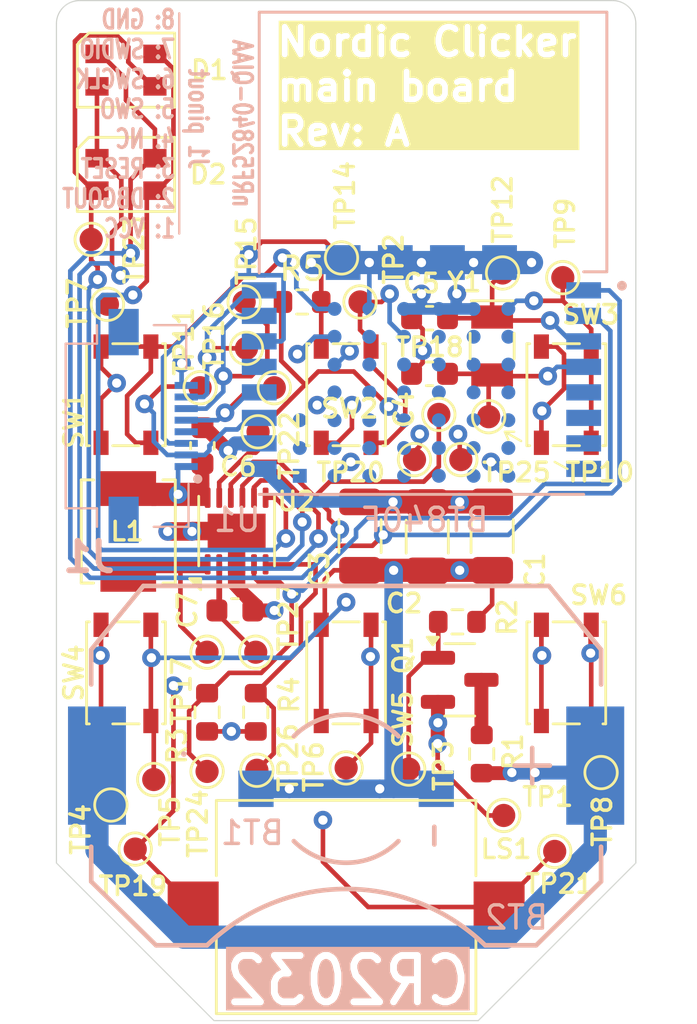
<source format=kicad_pcb>
(kicad_pcb (version 20240108) (generator "pcbnew") (generator_version "8.0")
  (layers (0 "F.Cu" signal) (1 "In1.Cu" power) (2 "In2.Cu" power) (31 "B.Cu" signal) (34 "B.Paste" user) (35 "F.Paste" user) (36 "B.SilkS" user "B.Silkscreen") (37 "F.SilkS" user "F.Silkscreen") (38 "B.Mask" user) (39 "F.Mask" user) (44 "Edge.Cuts" user))
  (net 0 "")
  (net 7 "GND")
  (net 8 "Net-(U1-P0.01{slash}XL2)")
  (net 9 "Net-(U1-P0.00{slash}XL1)")
  (net 15 "VCC")
  (net 16 "Net-(U2-VOUT)")
  (net 25 "Net-(D1-A)")
  (net 28 "Net-(D1-BK)")
  (net 31 "Net-(D1-GK)")
  (net 32 "Net-(D1-RK)")
  (net 33 "Net-(J1-SWCLK{slash}TCK)")
  (net 37 "Net-(J1-SWDIO{slash}TMS)")
  (net 38 "Net-(J1-~{RESET})")
  (net 39 "Net-(J1-DBGOUT)")
  (net 41 "Net-(J1-SWO{slash}TDO)")
  (net 48 "Net-(U2-SW)")
  (net 49 "Net-(Q1-D)")
  (net 50 "Net-(Q1-G)")
  (net 51 "SCL")
  (net 52 "SDA")
  (net 53 "EN")
  (net 58 "Net-(BT2-+)")
  (net 59 "unconnected-(U1-F4{slash}VDDH-PadF4)")
  (net 60 "BTN1")
  (net 61 "BTN2")
  (net 62 "BTN3")
  (net 63 "BTN4")
  (net 64 "BTN5")
  (net 65 "BTN6")
  (net 66 "Net-(U1-E2{slash}P0.21)")
  (net 67 "Net-(U1-E1{slash}P0.20)")
  (footprint "TestPoint:TestPoint_Pad_D1.0mm" (layer "F.Cu") (at 104.2 133.6)
    (property "Reference" "TP5")
    (property "Value" "Test_Point")
  )
  (footprint "TestPoint:TestPoint_Pad_D1.0mm" (layer "F.Cu") (at 108.7 118.6)
    (property "Reference" "TP22")
    (property "Value" "Test_Point")
  )
  (footprint "TestPoint:TestPoint_Pad_D1.0mm" (layer "F.Cu") (at 108.2 115)
    (property "Reference" "TP16")
    (property "Value" "Test_Point")
  )
  (footprint "KiPLM_Footprints:PTS810" (layer "F.Cu") (at 103 117 90)
    (property "Reference" "SW1")
    (property "Value" "PTS810SJG250SMTR LFS")
  )
  (footprint "Resistor_SMD:R_0603_1608Metric" (layer "F.Cu") (at 118.35 132.5 90)
    (property "Reference" "R1")
    (property "Value" "22Ω")
  )
  (footprint "Capacitor_SMD:C_1206_3216Metric" (layer "F.Cu") (at 118.8 123.1 -90)
    (property "Reference" "C1")
    (property "Value" "100uF")
  )
  (footprint "TestPoint:TestPoint_Pad_D1.0mm" (layer "F.Cu") (at 119.3 135.15)
    (property "Reference" "TP1")
    (property "Value" "Test_Point")
  )
  (footprint "TestPoint:TestPoint_Pad_D1.0mm" (layer "F.Cu") (at 115.45 119.8)
    (property "Reference" "TP20")
    (property "Value" "Test_Point")
  )
  (footprint "KiPLM_Footprints:PTS810" (layer "F.Cu") (at 112.5 129 90)
    (property "Reference" "SW5")
    (property "Value" "PTS810SJG250SMTR LFS")
  )
  (footprint "TestPoint:TestPoint_Pad_D1.0mm" (layer "F.Cu") (at 106.2 116.7)
    (property "Reference" "TP11")
    (property "Value" "Test_Point")
  )
  (footprint "Capacitor_SMD:C_0603_1608Metric" (layer "F.Cu") (at 116.1 116.1 180)
    (property "Reference" "C4")
    (property "Value" "8pF")
  )
  (footprint "TestPoint:TestPoint_Pad_D1.0mm" (layer "F.Cu") (at 102.2 113.1)
    (property "Reference" "TP7")
    (property "Value" "Test_Point")
  )
  (footprint "TestPoint:TestPoint_Pad_D1.0mm" (layer "F.Cu") (at 113.1 113)
    (property "Reference" "TP2")
    (property "Value" "Test_Point")
  )
  (footprint "TestPoint:TestPoint_Pad_D1.0mm" (layer "F.Cu") (at 117.45 119.8)
    (property "Reference" "TP25")
    (property "Value" "Test_Point")
  )
  (footprint "KiPLM_Footprints:PLCC4_CLV1H-FKB" (layer "F.Cu") (at 103 103)
    (property "Reference" "D1")
    (property "Value" "CLV1H-FKB")
  )
  (footprint "Capacitor_SMD:C_1206_3216Metric" (layer "F.Cu") (at 113.1 123.1 -90)
    (property "Reference" "C3")
    (property "Value" "100uF")
  )
  (footprint "TestPoint:TestPoint_Pad_D1.0mm" (layer "F.Cu") (at 103.4 136.6)
    (property "Reference" "TP19")
    (property "Value" "Test_Point")
  )
  (footprint "TestPoint:TestPoint_Pad_D1.0mm" (layer "F.Cu") (at 108.1 113)
    (property "Reference" "TP15")
    (property "Value" "Test_Point")
  )
  (footprint "KiPLM_Footprints:PTS810" (layer "F.Cu") (at 122 129 90)
    (property "Reference" "SW6")
    (property "Value" "PTS810SJG250SMTR LFS")
  )
  (footprint "KiPLM_Footprints:WSON-12" (layer "F.Cu") (at 107.775 122.8825 90)
    (property "Reference" "U2")
    (property "Value" "LP5813")
  )
  (footprint "Capacitor_SMD:C_0603_1608Metric" (layer "F.Cu") (at 106.3 119.2 90)
    (property "Reference" "C6")
    (property "Value" "22uF")
  )
  (footprint "KiPLM_Footprints:SRP4020TA" (layer "F.Cu") (at 103.1 122.9 -90)
    (property "Reference" "L1")
    (property "Value" "1uH")
  )
  (footprint "KiPLM_Footprints:Hole_2.5mm_Keepout_4mm" (layer "F.Cu") (at 122.5 123.5)
    (property "Reference" "H2" (hide yes))
    (property "Value" "MountingHole")
  )
  (footprint "TestPoint:TestPoint_Pad_D1.0mm" (layer "F.Cu") (at 106.5 128.1075)
    (property "Reference" "TP17")
    (property "Value" "Test_Point")
  )
  (footprint "KiPLM_Footprints:Hole_2.5mm_Keepout_4mm" (layer "F.Cu") (at 105.5 111.5)
    (property "Reference" "H1" (hide yes))
    (property "Value" "MountingHole")
  )
  (footprint "TestPoint:TestPoint_Pad_D1.0mm" (layer "F.Cu") (at 121.5 136.7)
    (property "Reference" "TP21")
    (property "Value" "Test_Point")
  )
  (footprint "Package_TO_SOT_SMD:SOT-23" (layer "F.Cu") (at 117.4 129.3)
    (property "Reference" "Q1")
    (property "Value" "TP0610T")
  )
  (footprint "TestPoint:TestPoint_Pad_D1.0mm" (layer "F.Cu") (at 108.65 133.2)
    (property "Reference" "TP26")
    (property "Value" "Test_Point")
  )
  (footprint "TestPoint:TestPoint_Pad_D1.0mm" (layer "F.Cu") (at 116.5 117.85)
    (property "Reference" "TP18")
    (property "Value" "Test_Point")
  )
  (footprint "Capacitor_SMD:C_1206_3216Metric" (layer "F.Cu") (at 116 123.125 -90)
    (property "Reference" "C2")
    (property "Value" "100uF")
  )
  (footprint "TestPoint:TestPoint_Pad_D1.0mm" (layer "F.Cu") (at 108.6 128.1075)
    (property "Reference" "TP27")
    (property "Value" "Test_Point")
  )
  (footprint "Capacitor_SMD:C_0603_1608Metric" (layer "F.Cu") (at 116.1 113.7 180)
    (property "Reference" "C5")
    (property "Value" "8pF")
  )
  (footprint "Resistor_SMD:R_0603_1608Metric" (layer "F.Cu") (at 110.6 113)
    (property "Reference" "R5")
    (property "Value" "1MΩ")
  )
  (footprint "TestPoint:TestPoint_Pad_D1.0mm" (layer "F.Cu") (at 101.5 110.3)
    (property "Reference" "TP23")
    (property "Value" "Test_Point")
  )
  (footprint "KiPLM_Footprints:PLCC4_CLV1H-FKB" (layer "F.Cu") (at 103 107.5)
    (property "Reference" "D2")
    (property "Value" "CLV1H-FKB")
  )
  (footprint "TestPoint:TestPoint_Pad_D1.0mm" (layer "F.Cu") (at 102.35 134.7)
    (property "Reference" "TP4")
    (property "Value" "Test_Point")
  )
  (footprint "TestPoint:TestPoint_Pad_D1.0mm" (layer "F.Cu") (at 121.85 111.95)
    (property "Reference" "TP9")
    (property "Value" "Test_Point")
  )
  (footprint "TestPoint:TestPoint_Pad_D1.0mm" (layer "F.Cu") (at 115.2 133.15)
    (property "Reference" "TP3")
    (property "Value" "Test_Point")
  )
  (footprint "Buzzer_Beeper:Buzzer_Mallory_AST1109MLTRQ" (layer "F.Cu") (at 112.5 139.1)
    (property "Reference" "LS1")
    (property "Value" "Speaker")
  )
  (footprint "KiPLM_Footprints:PTS810" (layer "F.Cu") (at 103 129 90)
    (property "Reference" "SW4")
    (property "Value" "PTS810SJG250SMTR LFS")
  )
  (footprint "Resistor_SMD:R_0603_1608Metric" (layer "F.Cu") (at 108.6 130.7 90)
    (property "Reference" "R4")
    (property "Value" "10kΩ")
  )
  (footprint "TestPoint:TestPoint_Pad_D1.0mm" (layer "F.Cu") (at 109.4 116.7)
    (property "Reference" "TP13" (hide yes))
    (property "Value" "Test_Point")
  )
  (footprint "KiPLM_Footprints:ABS07AIG" (layer "F.Cu") (at 118.8 114.9 -90)
    (property "Reference" "Y1")
    (property "Value" "32.768kHz")
  )
  (footprint "TestPoint:TestPoint_Pad_D1.0mm" (layer "F.Cu") (at 112.5 133.1)
    (property "Reference" "TP6")
    (property "Value" "Test_Point")
  )
  (footprint "TestPoint:TestPoint_Pad_D1.0mm" (layer "F.Cu") (at 119.25 111.75)
    (property "Reference" "TP12")
    (property "Value" "Test_Point")
  )
  (footprint "TestPoint:TestPoint_Pad_D1.0mm" (layer "F.Cu") (at 106.5 133.25)
    (property "Reference" "TP24")
    (property "Value" "Test_Point")
  )
  (footprint "TestPoint:TestPoint_Pad_D1.0mm" (layer "F.Cu") (at 123.5 133.3)
    (property "Reference" "TP8")
    (property "Value" "Test_Point")
  )
  (footprint "Resistor_SMD:R_0603_1608Metric" (layer "F.Cu") (at 117.3 126.8)
    (property "Reference" "R2")
    (property "Value" "10kΩ")
  )
  (footprint "Capacitor_SMD:C_0603_1608Metric" (layer "F.Cu") (at 107.7 126.3075)
    (property "Reference" "C7")
    (property "Value" "22uF")
  )
  (footprint "Resistor_SMD:R_0603_1608Metric" (layer "F.Cu") (at 106.5 130.7 90)
    (property "Reference" "R3")
    (property "Value" "10kΩ")
  )
  (footprint "KiPLM_Footprints:PTS810" (layer "F.Cu") (at 122 117 90)
    (property "Reference" "SW3")
    (property "Value" "PTS810SJG250SMTR LFS")
  )
  (footprint "TestPoint:TestPoint_Pad_D1.0mm" (layer "F.Cu") (at 112.3 111.1)
    (property "Reference" "TP14")
    (property "Value" "Test_Point")
  )
  (footprint "TestPoint:TestPoint_Pad_D1.0mm" (layer "F.Cu") (at 118.65 117.95)
    (property "Reference" "TP10")
    (property "Value" "Test_Point")
  )
  (footprint "KiPLM_Footprints:PTS810" (layer "F.Cu") (at 112.5 117 90)
    (property "Reference" "SW2")
    (property "Value" "PTS810SJG250SMTR LFS")
  )
  (footprint "KiPLM_Footprints:Keystone_2991" (layer "B.Cu") (at 112.5 134 -90)
    (property "Reference" "BT1")
    (property "Value" "~")
  )
  (footprint "KiPLM_Footprints:Molex_505110-0892" (layer "B.Cu") (at 103.05 118.35 90)
    (property "Reference" "J1")
    (property "Value" "FFC_Prog_Conn" (hide yes))
  )
  (footprint "KiPLM_Footprints:BT840F" (layer "B.Cu") (at 116.25 110.9 180)
    (property "Reference" "U1")
    (property "Value" "BT840F")
  )
  (footprint "KiPLM_Footprints:BAT-HLD-001" (layer "B.Cu") (at 112.5 133 180)
    (property "Reference" "BT2")
    (property "Value" "CR2032 (3V)")
  )
  (gr_poly (pts (xy 106.6 121.2) (xy 106.6 120.3) (xy 106 120.3) (xy 106 121.2)) (fill solid) (layer "F.Cu") (net 15))
  (gr_poly (pts (xy 108.85 125.9) (xy 108.15 125.25) (xy 108.15 123.55) (xy 107.4 123.55) (xy 107.4 125.3) (xy 108.05 126) (xy 108.85 125.95)) (fill solid) (layer "F.Cu") (net 7))
  (gr_poly (pts (xy 104.1 121.8) (xy 106.6 121.8) (xy 106.6 120.8) (xy 104.1 120.8)) (fill solid) (layer "F.Cu") (net 15))
  (gr_poly (pts (xy 104.1 124) (xy 106.6 124) (xy 106.6 124.7) (xy 104.1 124.7)) (fill solid) (layer "F.Cu") (net 48))
  (gr_line (start 105.3 100.55) (end 105.3 110.05) (stroke (width 0.1)) (layer "B.SilkS"))
  (gr_line (start 122.05 120.2) (end 121.5 119.9) (stroke (width 0.1)) (layer "F.SilkS"))
  (gr_line (start 119.5 118.95) (end 119.35 118.6) (stroke (width 0.1)) (layer "F.SilkS"))
  (gr_line (start 120.05 119) (end 119.35 118.6) (stroke (width 0.1)) (layer "F.SilkS"))
  (gr_line (start 119.35 118.6) (end 119.75 118.6) (stroke (width 0.1)) (layer "F.SilkS"))
  (gr_line (start 100 137.2) (end 100 101) (stroke (width 0.05)) (layer "Edge.Cuts"))
  (gr_line (start 125 137.2) (end 118.2 144) (stroke (width 0.05)) (layer "Edge.Cuts"))
  (gr_arc (start 100 101) (mid 100.292893 100.292893) (end 101 100) (stroke (width 0.05)) (layer "Edge.Cuts"))
  (gr_line (start 125 101) (end 125 137.2) (stroke (width 0.05)) (layer "Edge.Cuts"))
  (gr_line (start 118.2 144) (end 106.8 144) (stroke (width 0.05)) (layer "Edge.Cuts"))
  (gr_line (start 100 137.2) (end 106.8 144) (stroke (width 0.05)) (layer "Edge.Cuts"))
  (gr_line (start 101 100) (end 124 100) (stroke (width 0.05)) (layer "Edge.Cuts"))
  (gr_arc (start 124 100) (mid 124.707107 100.292893) (end 125 101) (stroke (width 0.05)) (layer "Edge.Cuts"))
  (gr_text "8: GND\n7: SWDIO\n6: SWCLK\n5: SWO\n4: NC\n3: RESET\n2: DBGOUT\n1: VCC" (at 105.2 110.3 0) (layer "B.SilkS") (effects (font (size 0.8 0.6) (thickness 0.15) (bold yes)) (justify left bottom mirror)))
  (gr_text "CR2032" (at 118 143.45 0) (layer "B.SilkS" knockout) (effects (font (size 2 1.8) (thickness 0.3) (bold yes)) (justify left bottom mirror)))
  (gr_text "nRF52840-QIAA" (at 107.55 109 270) (layer "B.SilkS") (effects (font (size 0.8 0.6) (thickness 0.15) (bold yes)) (justify left bottom mirror)))
  (gr_text "J1 pinout" (at 105.65 107.35 270) (layer "B.SilkS") (effects (font (size 0.8 0.6) (thickness 0.15) (bold yes)) (justify left bottom mirror)))
  (gr_text "Nordic Clicker\nmain board\nRev: A" (at 109.4 106.35 0) (layer "F.SilkS" knockout) (effects (font (size 1.2 1.2) (thickness 0.25) (bold yes)) (justify left bottom)))
  (segment (start 101.925 115.075) (end 101.925 114.925) (width 0.2) (layer "F.Cu") (net 7))
  (segment (start 120.925 131.075) (end 120.925 128.275) (width 0.2) (layer "F.Cu") (net 7))
  (segment (start 113.1 124.575) (end 118.8 124.575) (width 1) (layer "F.Cu") (net 7))
  (segment (start 101.925 119.075) (end 101.925 117.175) (width 0.2) (layer "F.Cu") (net 7))
  (segment (start 111.425 111.725) (end 111 111.3) (width 0.2) (layer "F.Cu") (net 7))
  (segment (start 101.925 126.925) (end 101.925 128.225) (width 0.2) (layer "F.Cu") (net 7))
  (segment (start 120.925 114.925) (end 121.575 114.925) (width 0.2) (layer "F.Cu") (net 7))
  (segment (start 101.925 128.275) (end 101.9 128.25) (width 0.2) (layer "F.Cu") (net 7))
  (segment (start 105.8675 122.8825) (end 105.85 122.9) (width 0.8) (layer "F.Cu") (net 7))
  (segment (start 121.9 116.75) (end 120.95 117.7) (width 0.2) (layer "F.Cu") (net 7))
  (segment (start 112.125 119.075) (end 112.75 118.45) (width 0.2) (layer "F.Cu") (net 7))
  (segment (start 112.75 118.45) (end 112.75 117.45) (width 0.2) (layer "F.Cu") (net 7))
  (segment (start 111.58 124.97) (end 111.975 124.575) (width 0.2) (layer "F.Cu") (net 7))
  (segment (start 121.9 115.25) (end 121.9 116.75) (width 0.2) (layer "F.Cu") (net 7))
  (segment (start 101.925 117.175) (end 102.6 116.5) (width 0.2) (layer "F.Cu") (net 7))
  (segment (start 120.925 119.075) (end 120.925 117.725) (width 0.2) (layer "F.Cu") (net 7))
  (segment (start 115.8 114.175) (end 115.325 113.7) (width 0.2) (layer "F.Cu") (net 7))
  (segment (start 111.975 124.575) (end 113.1 124.575) (width 0.2) (layer "F.Cu") (net 7))
  (segment (start 101.925 114.925) (end 101.925 115.825) (width 0.2) (layer "F.Cu") (net 7))
  (segment (start 118.125 126.8) (end 118.125 126.725) (width 0.2) (layer "F.Cu") (net 7))
  (segment (start 120.925 128.275) (end 120.95 128.25) (width 0.2) (layer "F.Cu") (net 7))
  (segment (start 111.425 126.925) (end 111.58 126.77) (width 0.2) (layer "F.Cu") (net 7))
  (segment (start 107.775 122.8825) (end 105.8675 122.8825) (width 0.8) (layer "F.Cu") (net 7))
  (segment (start 104.8 122.9) (end 105.85 122.9) (width 0.8) (layer "F.Cu") (net 7))
  (segment (start 101.925 134.275) (end 102.35 134.7) (width 0.2) (layer "F.Cu") (net 7))
  (segment (start 101.925 131.075) (end 101.925 134.275) (width 0.2) (layer "F.Cu") (net 7))
  (segment (start 115.8 115.625) (end 115.325 116.1) (width 0.2) (layer "F.Cu") (net 7))
  (segment (start 111.58 126.77) (end 111.58 124.97) (width 0.2) (layer "F.Cu") (net 7))
  (segment (start 120.925 128.225) (end 120.95 128.25) (width 0.2) (layer "F.Cu") (net 7))
  (segment (start 115.8 115.1) (end 115.8 115.625) (width 0.2) (layer "F.Cu") (net 7))
  (segment (start 115.8 115.1) (end 115.8 114.175) (width 0.2) (layer "F.Cu") (net 7))
  (segment (start 111.425 119.075) (end 111.425 118.875) (width 0.2) (layer "F.Cu") (net 7))
  (segment (start 118.125 126.725) (end 118.8 126.05) (width 0.2) (layer "F.Cu") (net 7))
  (segment (start 111.425 114.925) (end 111.425 111.725) (width 0.2) (layer "F.Cu") (net 7))
  (segment (start 101.925 128.225) (end 101.9 128.25) (width 0.2) (layer "F.Cu") (net 7))
  (segment (start 120.925 126.925) (end 120.925 128.225) (width 0.2) (layer "F.Cu") (net 7))
  (segment (start 111.425 119.075) (end 112.125 119.075) (width 0.2) (layer "F.Cu") (net 7))
  (segment (start 101.925 131.075) (end 101.925 128.275) (width 0.2) (layer "F.Cu") (net 7))
  (segment (start 118.8 126.05) (end 118.8 124.575) (width 0.2) (layer "F.Cu") (net 7))
  (segment (start 120.925 117.725) (end 120.95 117.7) (width 0.2) (layer "F.Cu") (net 7))
  (segment (start 106.3 118.425) (end 106.425 118.425) (width 0.6) (layer "F.Cu") (net 7))
  (segment (start 106.425 118.425) (end 107.407475 119.407475) (width 0.6) (layer "F.Cu") (net 7))
  (segment (start 111.425 114.925) (end 111.425 115.125) (width 0.2) (layer "F.Cu") (net 7))
  (segment (start 111.425 115.075) (end 111.425 114.925) (width 0.2) (layer "F.Cu") (net 7))
  (segment (start 111.425 131.075) (end 111.425 126.925) (width 0.2) (layer "F.Cu") (net 7))
  (segment (start 109.4 126.3075) (end 108.475 126.3075) (width 0.6) (layer "F.Cu") (net 7))
  (segment (start 101.925 115.825) (end 102.6 116.5) (width 0.2) (layer "F.Cu") (net 7))
  (segment (start 121.575 114.925) (end 121.9 115.25) (width 0.2) (layer "F.Cu") (net 7))
  (via (at 107.407475 119.407475) (size 0.8) (drill 0.4) (layers "F.Cu" "B.Cu") (net 7))
  (via (at 104.8 122.9) (size 0.8) (drill 0.4) (layers "F.Cu" "B.Cu") (net 7))
  (via (at 109.4 126.3075) (size 0.8) (drill 0.4) (layers "F.Cu" "B.Cu") (net 7))
  (via (at 114.55 124.575) (size 0.8) (drill 0.4) (layers "F.Cu" "B.Cu") (net 7))
  (via (at 105.85 122.9) (size 0.8) (drill 0.4) (layers "F.Cu" "B.Cu") (net 7))
  (via (at 120.95 128.25) (size 0.8) (drill 0.4) (layers "F.Cu" "B.Cu") (net 7))
  (via (at 113.5 111.3) (size 0.8) (drill 0.4) (layers "F.Cu" "B.Cu") (net 7))
  (via (at 101.9 128.25) (size 0.8) (drill 0.4) (layers "F.Cu" "B.Cu") (net 7))
  (via (at 113.95 134) (size 0.8) (drill 0.4) (layers "F.Cu" "B.Cu") (net 7))
  (via (at 120.95 117.7) (size 0.8) (drill 0.4) (layers "F.Cu" "B.Cu") (net 7))
  (via (at 117.278352 112.644314) (size 0.8) (drill 0.4) (layers "F.Cu" "B.Cu") (net 7))
  (via (at 111 111.3) (size 0.8) (drill 0.4) (layers "F.Cu" "B.Cu") (net 7))
  (via (at 115.8 115.1) (size 0.8) (drill 0.4) (layers "F.Cu" "B.Cu") (net 7))
  (via (at 110.05 134) (size 0.8) (drill 0.4) (layers "F.Cu" "B.Cu") (net 7))
  (via (at 118 111.3) (size 0.8) (drill 0.4) (layers "F.Cu" "B.Cu") (net 7))
  (via (at 105.4 115.65) (size 0.8) (drill 0.4) (layers "F.Cu" "B.Cu") (net 7))
  (via (at 115.75 112.65) (size 0.8) (drill 0.4) (layers "F.Cu" "B.Cu") (net 7))
  (via (at 102.6 116.5) (size 0.8) (drill 0.4) (layers "F.Cu" "B.Cu") (net 7))
  (via (at 117.4 124.575) (size 0.8) (drill 0.4) (layers "F.Cu" "B.Cu") (net 7))
  (via (at 120.5 111.3) (size 0.8) (drill 0.4) (layers "F.Cu" "B.Cu") (net 7))
  (via (at 115.75 111.3) (size 0.8) (drill 0.4) (layers "F.Cu" "B.Cu") (net 7))
  (via (at 112.75 117.45) (size 0.8) (drill 0.4) (layers "F.Cu" "B.Cu") (net 7))
  (segment (start 112.37 111.3) (end 119.12 111.3) (width 1) (layer "B.Cu") (net 7))
  (segment (start 110.05 134) (end 113.95 134) (width 0.8) (layer "B.Cu") (net 7))
  (segment (start 105.6 116.6) (end 105.4 116.6) (width 0.2) (layer "B.Cu") (net 7))
  (segment (start 114.55 124.575) (end 114.55 134) (width 0.8) (layer "B.Cu") (net 7))
  (segment (start 117.25 112.672666) (end 117.278352 112.644314) (width 0.5) (layer "B.Cu") (net 7))
  (segment (start 119.12 111.3) (end 120.5 111.3) (width 1) (layer "B.Cu") (net 7))
  (segment (start 117.25 113.3) (end 117.25 112.672666) (width 0.5) (layer "B.Cu") (net 7))
  (segment (start 105.4 116.6) (end 105.4 115.65) (width 0.2) (layer "B.Cu") (net 7))
  (segment (start 118 113.3) (end 117.25 113.3) (width 0.5) (layer "B.Cu") (net 7))
  (segment (start 107.71495 119.1) (end 108.75 119.1) (width 0.6) (layer "B.Cu") (net 7))
  (segment (start 113.5 113.3) (end 113.5 111.3) (width 0.2) (layer "B.Cu") (net 7))
  (segment (start 117.25 113.3) (end 115.75 113.3) (width 0.5) (layer "B.Cu") (net 7))
  (segment (start 108.61 134) (end 110.05 134) (width 0.8) (layer "B.Cu") (net 7))
  (segment (start 113.95 134) (end 114.55 134) (width 0.8) (layer "B.Cu") (net 7))
  (segment (start 107.407475 119.407475) (end 107.71495 119.1) (width 0.6) (layer "B.Cu") (net 7))
  (segment (start 115.75 113.3) (end 115 113.3) (width 0.5) (layer "B.Cu") (net 7))
  (segment (start 112.37 111.3) (end 111 111.3) (width 1) (layer "B.Cu") (net 7))
  (segment (start 115.75 113.3) (end 115.75 112.65) (width 0.5) (layer "B.Cu") (net 7))
  (segment (start 114.55 134) (end 116.39 134) (width 0.8) (layer "B.Cu") (net 7))
  (segment (start 118.75 116.1) (end 118.8 116.15) (width 0.2) (layer "F.Cu") (net 8))
  (segment (start 121.2 116.2) (end 118.65 116.2) (width 0.2) (layer "F.Cu") (net 8))
  (segment (start 118.65 116.2) (end 118.6 116.15) (width 0.2) (layer "F.Cu") (net 8))
  (segment (start 118.65 116.3) (end 118.8 116.15) (width 0.2) (layer "F.Cu") (net 8))
  (segment (start 118.65 117.95) (end 118.65 116.3) (width 0.2) (layer "F.Cu") (net 8))
  (segment (start 116.875 116.1) (end 118.75 116.1) (width 0.2) (layer "F.Cu") (net 8))
  (via (at 121.2 116.2) (size 0.8) (drill 0.4) (layers "F.Cu" "B.Cu") (net 8))
  (segment (start 122.75 115.8) (end 121.6 115.8) (width 0.2) (layer "B.Cu") (net 8))
  (segment (start 121.6 115.8) (end 121.2 116.2) (width 0.2) (layer "B.Cu") (net 8))
  (segment (start 118.75 113.7) (end 118.8 113.65) (width 0.2) (layer "F.Cu") (net 9))
  (segment (start 118.8 112.2) (end 119.25 111.75) (width 0.2) (layer "F.Cu") (net 9))
  (segment (start 118.75 113.8) (end 118.6 113.65) (width 0.2) (layer "F.Cu") (net 9))
  (segment (start 116.875 113.7) (end 118.75 113.7) (width 0.2) (layer "F.Cu") (net 9))
  (segment (start 118.8 113.65) (end 118.8 112.2) (width 0.2) (layer "F.Cu") (net 9))
  (segment (start 121.3 113.8) (end 118.75 113.8) (width 0.2) (layer "F.Cu") (net 9))
  (via (at 121.3 113.8) (size 0.8) (drill 0.4) (layers "F.Cu" "B.Cu") (net 9))
  (segment (start 121.3 113.8) (end 121.3 113.6) (width 0.2) (layer "B.Cu") (net 9))
  (segment (start 122.75 114.7) (end 122.2 114.7) (width 0.2) (layer "B.Cu") (net 9))
  (segment (start 122.2 114.7) (end 121.3 113.8) (width 0.2) (layer "B.Cu") (net 9))
  (segment (start 116.45 132.05) (end 116.45 133.007106) (width 0.2) (layer "F.Cu") (net 15))
  (segment (start 113.1 121.625) (end 118.8 121.625) (width 1) (layer "F.Cu") (net 15))
  (segment (start 106.5 131.525) (end 108.6 131.525) (width 0.2) (layer "F.Cu") (net 15))
  (segment (start 116.45 132.05) (end 116.45 131.1625) (width 0.6) (layer "F.Cu") (net 15))
  (segment (start 116.4625 131.15) (end 116.4625 130.25) (width 0.6) (layer "F.Cu") (net 15))
  (segment (start 116.45 133.007106) (end 118.592894 135.15) (width 0.2) (layer "F.Cu") (net 15))
  (segment (start 116.45 131.1625) (end 116.4625 131.15) (width 0.6) (layer "F.Cu") (net 15))
  (segment (start 118.5 121.325) (end 118.8 121.625) (width 0.2) (layer "F.Cu") (net 15))
  (segment (start 115.9 121.55) (end 116 121.65) (width 0.2) (layer "F.Cu") (net 15))
  (segment (start 118.592894 135.15) (end 119.3 135.15) (width 0.2) (layer "F.Cu") (net 15))
  (via (at 116.45 132.05) (size 0.8) (drill 0.4) (layers "F.Cu" "B.Cu") (net 15))
  (via (at 105.25 121.3) (size 0.8) (drill 0.4) (layers "F.Cu" "B.Cu") (net 15))
  (via (at 107.55 131.525) (size 0.8) (drill 0.4) (layers "F.Cu" "B.Cu") (net 15))
  (via (at 114.525 121.625) (size 0.8) (drill 0.4) (layers "F.Cu" "B.Cu") (net 15))
  (via (at 117.4 121.625) (size 0.8) (drill 0.4) (layers "F.Cu" "B.Cu") (net 15))
  (via (at 116.4625 131.15) (size 0.8) (drill 0.4) (layers "F.Cu" "B.Cu") (net 15))
  (segment (start 105.3 120.1) (end 105.25 120.15) (width 0.2) (layer "B.Cu") (net 15))
  (segment (start 110.325 121.625) (end 108.9 120.2) (width 0.5) (layer "B.Cu") (net 15))
  (segment (start 108.9 120.2) (end 108.75 120.2) (width 0.5) (layer "B.Cu") (net 15))
  (segment (start 105.6 120.1) (end 105.3 120.1) (width 0.2) (layer "B.Cu") (net 15))
  (segment (start 114.525 121.625) (end 110.325 121.625) (width 0.5) (layer "B.Cu") (net 15))
  (segment (start 105.25 120.15) (end 105.25 121.3) (width 0.2) (layer "B.Cu") (net 15))
  (segment (start 107.025 124.32) (end 107.025 126.2075) (width 0.25) (layer "F.Cu") (net 16))
  (segment (start 108.6 128.1075) (end 106.925 126.4325) (width 0.2) (layer "F.Cu") (net 16))
  (segment (start 106.925 126.4325) (end 106.925 126.3075) (width 0.2) (layer "F.Cu") (net 16))
  (segment (start 107.025 126.2075) (end 106.925 126.3075) (width 0.25) (layer "F.Cu") (net 16))
  (segment (start 108.486742 119.9) (end 107.525 120.861742) (width 0.2) (layer "F.Cu") (net 25))
  (segment (start 103.2 110.9) (end 103.2 107.725) (width 0.2) (layer "F.Cu") (net 25))
  (segment (start 101.75 102.3) (end 101.9 102.3) (width 0.2) (layer "F.Cu") (net 25))
  (segment (start 107.525 120.861742) (end 107.525 121.445) (width 0.2) (layer "F.Cu") (net 25))
  (segment (start 104.25 105.55) (end 104.25 106.8) (width 0.2) (layer "F.Cu") (net 25))
  (segment (start 103 103.4) (end 103 104.3) (width 0.2) (layer "F.Cu") (net 25))
  (segment (start 101.9 102.3) (end 103 103.4) (width 0.2) (layer "F.Cu") (net 25))
  (segment (start 116.5 120.1) (end 116.5 117.85) (width 0.2) (layer "F.Cu") (net 25))
  (segment (start 111.760728 122.35) (end 111.760728 122.029356) (width 0.2) (layer "F.Cu") (net 25))
  (segment (start 104.125 106.8) (end 104.25 106.8) (width 0.2) (layer "F.Cu") (net 25))
  (segment (start 111.8 120.75) (end 115.85 120.75) (width 0.2) (layer "F.Cu") (net 25))
  (segment (start 109.6 119.9) (end 108.486742 119.9) (width 0.2) (layer "F.Cu") (net 25))
  (segment (start 103 104.3) (end 104.25 105.55) (width 0.2) (layer "F.Cu") (net 25))
  (segment (start 115.85 120.75) (end 116.5 120.1) (width 0.2) (layer "F.Cu") (net 25))
  (segment (start 103.2 107.725) (end 104.125 106.8) (width 0.2) (layer "F.Cu") (net 25))
  (segment (start 112.227777 122.817049) (end 111.760728 122.35) (width 0.2) (layer "F.Cu") (net 25))
  (segment (start 111.140686 121.409314) (end 109.631372 119.9) (width 0.2) (layer "F.Cu") (net 25))
  (segment (start 109.631372 119.9) (end 109.6 119.9) (width 0.2) (layer "F.Cu") (net 25))
  (segment (start 111.140686 121.409314) (end 111.8 120.75) (width 0.2) (layer "F.Cu") (net 25))
  (segment (start 111.760728 122.029356) (end 111.140686 121.409314) (width 0.2) (layer "F.Cu") (net 25))
  (via (at 112.227777 122.817049) (size 0.8) (drill 0.4) (layers "F.Cu" "B.Cu") (net 25))
  (via (at 103.2 110.9) (size 0.8) (drill 0.4) (layers "F.Cu" "B.Cu") (net 25))
  (segment (start 110.604094 124.9) (end 101.452942 124.9) (width 0.2) (layer "B.Cu") (net 25))
  (segment (start 101.358924 110.9) (end 103.2 110.9) (width 0.2) (layer "B.Cu") (net 25))
  (segment (start 112.227777 122.817049) (end 112.2 122.844826) (width 0.2) (layer "B.Cu") (net 25))
  (segment (start 101.452942 124.9) (end 100.6 124.047058) (width 0.2) (layer "B.Cu") (net 25))
  (segment (start 112.2 122.844826) (end 112.2 123.304094) (width 0.2) (layer "B.Cu") (net 25))
  (segment (start 112.2 123.304094) (end 110.604094 124.9) (width 0.2) (layer "B.Cu") (net 25))
  (segment (start 100.6 124.047058) (end 100.6 111.658924) (width 0.2) (layer "B.Cu") (net 25))
  (segment (start 100.6 111.658924) (end 101.358924 110.9) (width 0.2) (layer "B.Cu") (net 25))
  (segment (start 104.35 108.2) (end 104.25 108.2) (width 0.2) (layer "F.Cu") (net 28))
  (segment (start 103.9 112.099998) (end 103.9 108.55) (width 0.2) (layer "F.Cu") (net 28))
  (segment (start 105.05 107.5) (end 104.35 108.2) (width 0.2) (layer "F.Cu") (net 28))
  (segment (start 104.4 102.3) (end 105.05 102.95) (width 0.2) (layer "F.Cu") (net 28))
  (segment (start 109.5 121.5) (end 109.9 121.9) (width 0.2) (layer "F.Cu") (net 28))
  (segment (start 117.4 119.75) (end 117.45 119.8) (width 0.2) (layer "F.Cu") (net 28))
  (segment (start 103.9 108.55) (end 104.25 108.2) (width 0.2) (layer "F.Cu") (net 28))
  (segment (start 109.025 121.445) (end 109.445 121.445) (width 0.2) (layer "F.Cu") (net 28))
  (segment (start 103.3 112.699998) (end 103.9 112.099998) (width 0.2) (layer "F.Cu") (net 28))
  (segment (start 109.9 121.9) (end 109.9 123.2) (width 0.2) (layer "F.Cu") (net 28))
  (segment (start 105.05 102.95) (end 105.05 107.5) (width 0.2) (layer "F.Cu") (net 28))
  (segment (start 109.445 121.445) (end 109.5 121.5) (width 0.2) (layer "F.Cu") (net 28))
  (segment (start 117.4 118.772641) (end 117.4 119.75) (width 0.2) (layer "F.Cu") (net 28))
  (segment (start 104.25 102.3) (end 104.4 102.3) (width 0.2) (layer "F.Cu") (net 28))
  (segment (start 117.328319 118.70096) (end 117.4 118.772641) (width 0.2) (layer "F.Cu") (net 28))
  (via (at 117.328319 118.70096) (size 0.8) (drill 0.4) (layers "F.Cu" "B.Cu") (net 28))
  (via (at 103.3 112.699998) (size 0.8) (drill 0.4) (layers "F.Cu" "B.Cu") (net 28))
  (via (at 109.9 123.2) (size 0.8) (drill 0.4) (layers "F.Cu" "B.Cu") (net 28))
  (segment (start 101.8 112.9) (end 102.000002 112.699998) (width 0.2) (layer "B.Cu") (net 28))
  (segment (start 101.8 123.55) (end 101.8 122.9) (width 0.2) (layer "B.Cu") (net 28))
  (segment (start 109.9 123.2) (end 109.4 123.7) (width 0.2) (layer "B.Cu") (net 28))
  (segment (start 109.4 123.7) (end 101.95 123.7) (width 0.2) (layer "B.Cu") (net 28))
  (segment (start 102.000002 112.699998) (end 103.3 112.699998) (width 0.2) (layer "B.Cu") (net 28))
  (segment (start 101.95 123.7) (end 101.8 123.55) (width 0.2) (layer "B.Cu") (net 28))
  (segment (start 101.8 122.9) (end 101.8 112.9) (width 0.2) (layer "B.Cu") (net 28))
  (segment (start 104.25 103.7) (end 104.15 103.7) (width 0.2) (layer "F.Cu") (net 31))
  (segment (start 101.8 108.25) (end 101.75 108.2) (width 0.2) (layer "F.Cu") (net 31))
  (segment (start 100.8 107.4) (end 101.6 108.2) (width 0.2) (layer "F.Cu") (net 31))
  (segment (start 101.6 108.2) (end 101.75 108.2) (width 0.2) (layer "F.Cu") (net 31))
  (segment (start 101.77864 112.03592) (end 101.77864 111.47864) (width 0.2) (layer "F.Cu") (net 31))
  (segment (start 101.5 110.3) (end 101.5 108.45) (width 0.2) (layer "F.Cu") (net 31))
  (segment (start 101.5 111.2) (end 101.5 110.3) (width 0.2) (layer "F.Cu") (net 31))
  (segment (start 103.1 102.65) (end 103.1 102) (width 0.2) (layer "F.Cu") (net 31))
  (segment (start 101.77864 112.03592) (end 101.8 112.01456) (width 0.2) (layer "F.Cu") (net 31))
  (segment (start 108.525 121.445) (end 108.525 120.993114) (width 0.2) (layer "F.Cu") (net 31))
  (segment (start 101.05 101.5) (end 100.8 101.75) (width 0.2) (layer "F.Cu") (net 31))
  (segment (start 110.607109 122.007109) (end 110.607109 122.492891) (width 0.2) (layer "F.Cu") (net 31))
  (segment (start 109.3 120.7) (end 110.607109 122.007109) (width 0.2) (layer "F.Cu") (net 31))
  (segment (start 103.1 102) (end 102.6 101.5) (width 0.2) (layer "F.Cu") (net 31))
  (segment (start 108.818114 120.7) (end 109.3 120.7) (width 0.2) (layer "F.Cu") (net 31))
  (segment (start 108.525 120.993114) (end 108.818114 120.7) (width 0.2) (layer "F.Cu") (net 31))
  (segment (start 101.5 108.45) (end 101.75 108.2) (width 0.2) (layer "F.Cu") (net 31))
  (segment (start 102.6 101.5) (end 101.05 101.5) (width 0.2) (layer "F.Cu") (net 31))
  (segment (start 104.15 103.7) (end 103.1 102.65) (width 0.2) (layer "F.Cu") (net 31))
  (segment (start 100.8 101.75) (end 100.8 107.4) (width 0.2) (layer "F.Cu") (net 31))
  (segment (start 101.77864 111.47864) (end 101.5 111.2) (width 0.2) (layer "F.Cu") (net 31))
  (via (at 110.607109 122.492891) (size 0.8) (drill 0.4) (layers "F.Cu" "B.Cu") (net 31))
  (via (at 101.77864 112.03592) (size 0.8) (drill 0.4) (layers "F.Cu" "B.Cu") (net 31))
  (segment (start 101.784314 124.1) (end 109.98995 124.1) (width 0.2) (layer "B.Cu") (net 31))
  (segment (start 101.77864 112.03592) (end 101.4 112.41456) (width 0.2) (layer "B.Cu") (net 31))
  (segment (start 110.607109 123.482841) (end 110.607109 122.492891) (width 0.2) (layer "B.Cu") (net 31))
  (segment (start 109.98995 124.1) (end 110.607109 123.482841) (width 0.2) (layer "B.Cu") (net 31))
  (segment (start 101.4 112.41456) (end 101.4 123.715686) (width 0.2) (layer "B.Cu") (net 31))
  (segment (start 101.4 123.715686) (end 101.784314 124.1) (width 0.2) (layer "B.Cu") (net 31))
  (segment (start 115.674835 118.695485) (end 115.674835 119.225165) (width 0.2) (layer "F.Cu") (net 32))
  (segment (start 108.025 121.445) (end 108.025 120.927428) (width 0.2) (layer "F.Cu") (net 32))
  (segment (start 108.025 120.927428) (end 108.652428 120.3) (width 0.2) (layer "F.Cu") (net 32))
  (segment (start 111.307109 123.207035) (end 111.307 123.207144) (width 0.2) (layer "F.Cu") (net 32))
  (segment (start 111.307109 122.141423) (end 111.307109 123.207035) (width 0.2) (layer "F.Cu") (net 32))
  (segment (start 102.762462 111.856758) (end 102.4 111.494296) (width 0.2) (layer "F.Cu") (net 32))
  (segment (start 109.3 120.3) (end 109.465686 120.3) (width 0.2) (layer "F.Cu") (net 32))
  (segment (start 108.652428 120.3) (end 109.3 120.3) (width 0.2) (layer "F.Cu") (net 32))
  (segment (start 102.8 109.6) (end 102.8 107.7) (width 0.2) (layer "F.Cu") (net 32))
  (segment (start 101.9 106.8) (end 101.75 106.8) (width 0.2) (layer "F.Cu") (net 32))
  (segment (start 109.465686 120.3) (end 111.307109 122.141423) (width 0.2) (layer "F.Cu") (net 32))
  (segment (start 101.75 106.8) (end 101.75 103.7) (width 0.2) (layer "F.Cu") (net 32))
  (segment (start 102.8 107.7) (end 101.9 106.8) (width 0.2) (layer "F.Cu") (net 32))
  (segment (start 102.4 111.494296) (end 102.4 110) (width 0.2) (layer "F.Cu") (net 32))
  (segment (start 102.4 110) (end 102.8 109.6) (width 0.2) (layer "F.Cu") (net 32))
  (segment (start 115.45 119.45) (end 115.45 119.8) (width 0.2) (layer "F.Cu") (net 32))
  (segment (start 115.674835 119.225165) (end 115.45 119.45) (width 0.2) (layer "F.Cu") (net 32))
  (via (at 102.762462 111.856758) (size 0.8) (drill 0.4) (layers "F.Cu" "B.Cu") (net 32))
  (via (at 115.674835 118.695485) (size 0.8) (drill 0.4) (layers "F.Cu" "B.Cu") (net 32))
  (via (at 111.307 123.207144) (size 0.8) (drill 0.4) (layers "F.Cu" "B.Cu") (net 32))
  (segment (start 101.48869 111.33592) (end 102.241624 111.33592) (width 0.2) (layer "B.Cu") (net 32))
  (segment (start 111.007109 123.648527) (end 110.155636 124.5) (width 0.2) (layer "B.Cu") (net 32))
  (segment (start 101 123.2) (end 101 113.2) (width 0.2) (layer "B.Cu") (net 32))
  (segment (start 101 111.82461) (end 101.48869 111.33592) (width 0.2) (layer "B.Cu") (net 32))
  (segment (start 101 123.881372) (end 101 123.2) (width 0.2) (layer "B.Cu") (net 32))
  (segment (start 101 113.2) (end 101 111.82461) (width 0.2) (layer "B.Cu") (net 32))
  (segment (start 111.307 123.348635) (end 111.007109 123.648527) (width 0.2) (layer "B.Cu") (net 32))
  (segment (start 111.307 123.207144) (end 111.307 123.348635) (width 0.2) (layer "B.Cu") (net 32))
  (segment (start 107.5 124.5) (end 101.618628 124.5) (width 0.2) (layer "B.Cu") (net 32))
  (segment (start 110.155636 124.5) (end 107.5 124.5) (width 0.2) (layer "B.Cu") (net 32))
  (segment (start 102.241624 111.33592) (end 102.762462 111.856758) (width 0.2) (layer "B.Cu") (net 32))
  (segment (start 101.618628 124.5) (end 101 123.881372) (width 0.2) (layer "B.Cu") (net 32))
  (segment (start 108.1 113) (end 109.1 114) (width 0.2) (layer "F.Cu") (net 33))
  (segment (start 109.1 115.5) (end 108.4 116.2) (width 0.2) (layer "F.Cu") (net 33))
  (segment (start 108.4 116.2) (end 107.2 116.2) (width 0.2) (layer "F.Cu") (net 33))
  (segment (start 109.1 114) (end 109.1 115.5) (width 0.2) (layer "F.Cu") (net 33))
  (via (at 107.2 116.2) (size 0.8) (drill 0.4) (layers "F.Cu" "B.Cu") (net 33))
  (segment (start 107 117.065686) (end 107.2 116.865686) (width 0.2) (layer "B.Cu") (net 33))
  (segment (start 107.2 116.865686) (end 107.2 116.2) (width 0.2) (layer "B.Cu") (net 33))
  (segment (start 107.8 113.6) (end 108.75 113.6) (width 0.2) (layer "B.Cu") (net 33))
  (segment (start 107.2 116.2) (end 107.2 114.2) (width 0.2) (layer "B.Cu") (net 33))
  (segment (start 106.465686 117.6) (end 107 117.065686) (width 0.2) (layer "B.Cu") (net 33))
  (segment (start 105.6 117.6) (end 106.465686 117.6) (width 0.2) (layer "B.Cu") (net 33))
  (segment (start 107.2 114.2) (end 107.8 113.6) (width 0.2) (layer "B.Cu") (net 33))
  (segment (start 106.9 115) (end 108.2 115) (width 0.2) (layer "F.Cu") (net 37))
  (segment (start 106.5 115.4) (end 106.9 115) (width 0.2) (layer "F.Cu") (net 37))
  (via (at 106.5 115.4) (size 0.8) (drill 0.4) (layers "F.Cu" "B.Cu") (net 37))
  (segment (start 106.35 117.1) (end 105.6 117.1) (width 0.2) (layer "B.Cu") (net 37))
  (segment (start 106.5 114.3) (end 108.3 112.5) (width 0.2) (layer "B.Cu") (net 37))
  (segment (start 106.5 115.4) (end 106.5 116.95) (width 0.2) (layer "B.Cu") (net 37))
  (segment (start 106.5 115.4) (end 106.5 114.3) (width 0.2) (layer "B.Cu") (net 37))
  (segment (start 108.3 112.5) (end 108.75 112.5) (width 0.2) (layer "B.Cu") (net 37))
  (segment (start 106.5 116.95) (end 106.35 117.1) (width 0.2) (layer "B.Cu") (net 37))
  (segment (start 111.6 110.4) (end 112.3 111.1) (width 0.2) (layer "F.Cu") (net 38))
  (segment (start 108.86005 110.4) (end 111.6 110.4) (width 0.2) (layer "F.Cu") (net 38))
  (segment (start 108.305025 110.955025) (end 108.86005 110.4) (width 0.2) (layer "F.Cu") (net 38))
  (via (at 108.305025 110.955025) (size 0.8) (drill 0.4) (layers "F.Cu" "B.Cu") (net 38))
  (segment (start 108.75 114.7) (end 109.7 114.7) (width 0.2) (layer "B.Cu") (net 38))
  (segment (start 107.6 112.4) (end 104.6 115.4) (width 0.2) (layer "B.Cu") (net 38))
  (segment (start 109.7 114.7) (end 109.8 114.6) (width 0.2) (layer "B.Cu") (net 38))
  (segment (start 108.3 110.96005) (end 108.305025 110.955025) (width 0.2) (layer "B.Cu") (net 38))
  (segment (start 109.8 114.6) (end 109.8 111.85) (width 0.2) (layer "B.Cu") (net 38))
  (segment (start 104.85 119.1) (end 105.6 119.1) (width 0.2) (layer "B.Cu") (net 38))
  (segment (start 109.8 111.85) (end 108.3 111.85) (width 0.2) (layer "B.Cu") (net 38))
  (segment (start 108.3 111.85) (end 107.85 111.85) (width 0.2) (layer "B.Cu") (net 38))
  (segment (start 107.85 111.85) (end 107.6 112.1) (width 0.2) (layer "B.Cu") (net 38))
  (segment (start 107.6 112.1) (end 107.6 112.4) (width 0.2) (layer "B.Cu") (net 38))
  (segment (start 108.3 111.85) (end 108.3 110.96005) (width 0.2) (layer "B.Cu") (net 38))
  (segment (start 104.6 115.4) (end 104.6 118.85) (width 0.2) (layer "B.Cu") (net 38))
  (segment (start 104.6 118.85) (end 104.85 119.1) (width 0.2) (layer "B.Cu") (net 38))
  (segment (start 104.55 116.65) (end 105.95 116.65) (width 0.2) (layer "F.Cu") (net 39))
  (segment (start 105.95 116.65) (end 106.2 116.9) (width 0.2) (layer "F.Cu") (net 39))
  (segment (start 103.8 117.4) (end 104.55 116.65) (width 0.2) (layer "F.Cu") (net 39))
  (via (at 103.8 117.4) (size 0.8) (drill 0.4) (layers "F.Cu" "B.Cu") (net 39))
  (segment (start 108.75 118) (end 108.3 118) (width 0.2) (layer "B.Cu") (net 39))
  (segment (start 107.8 118.5) (end 107.3 118.5) (width 0.2) (layer "B.Cu") (net 39))
  (segment (start 105.6 119.6) (end 104.784314 119.6) (width 0.2) (layer "B.Cu") (net 39))
  (segment (start 104.2 119.015686) (end 104.2 117.8) (width 0.2) (layer "B.Cu") (net 39))
  (segment (start 104.2 117.8) (end 103.8 117.4) (width 0.2) (layer "B.Cu") (net 39))
  (segment (start 108.3 118) (end 107.8 118.5) (width 0.2) (layer "B.Cu") (net 39))
  (segment (start 106.6 119.2) (end 106.6 119.4) (width 0.2) (layer "B.Cu") (net 39))
  (segment (start 106.6 119.4) (end 106.4 119.6) (width 0.2) (layer "B.Cu") (net 39))
  (segment (start 107.3 118.5) (end 106.6 119.2) (width 0.2) (layer "B.Cu") (net 39))
  (segment (start 106.4 119.6) (end 105.6 119.6) (width 0.2) (layer "B.Cu") (net 39))
  (segment (start 104.784314 119.6) (end 104.2 119.015686) (width 0.2) (layer "B.Cu") (net 39))
  (segment (start 107.274994 117.780642) (end 108.355636 116.7) (width 0.2) (layer "F.Cu") (net 41))
  (segment (start 108.355636 116.7) (end 109.4 116.7) (width 0.2) (layer "F.Cu") (net 41))
  (via (at 107.274994 117.780642) (size 0.8) (drill 0.4) (layers "F.Cu" "B.Cu") (net 41))
  (segment (start 106.955636 118.1) (end 107.274994 117.780642) (width 0.2) (layer "B.Cu") (net 41))
  (segment (start 108.75 116.9) (end 108.3 116.9) (width 0.2) (layer "B.Cu") (net 41))
  (segment (start 108.3 116.9) (end 107.419358 117.780642) (width 0.2) (layer "B.Cu") (net 41))
  (segment (start 105.6 118.1) (end 106.955636 118.1) (width 0.2) (layer "B.Cu") (net 41))
  (segment (start 107.419358 117.780642) (end 107.274994 117.780642) (width 0.2) (layer "B.Cu") (net 41))
  (segment (start 106.5 128.1075) (end 105.35 126.9575) (width 0.2) (layer "F.Cu") (net 48))
  (segment (start 105.35 126.9575) (end 105.35 124.35) (width 0.2) (layer "F.Cu") (net 48))
  (segment (start 118.3375 131.6625) (end 118.35 131.675) (width 0.6) (layer "F.Cu") (net 49))
  (segment (start 118.3375 129.3) (end 118.3375 131.6625) (width 0.6) (layer "F.Cu") (net 49))
  (segment (start 116.475 126.8) (end 116.475 128.3375) (width 0.2) (layer "F.Cu") (net 50))
  (segment (start 115.2 129.15) (end 115.2 133.15) (width 0.2) (layer "F.Cu") (net 50))
  (segment (start 116.4625 128.35) (end 116 128.35) (width 0.2) (layer "F.Cu") (net 50))
  (segment (start 116 128.35) (end 115.2 129.15) (width 0.2) (layer "F.Cu") (net 50))
  (segment (start 116.475 128.3375) (end 116.4625 128.35) (width 0.2) (layer "F.Cu") (net 50))
  (segment (start 110.15 125.6) (end 110.15 127.688871) (width 0.2) (layer "F.Cu") (net 51))
  (segment (start 110.15 125.6) (end 109.6075 125.0575) (width 0.2) (layer "F.Cu") (net 51))
  (segment (start 106.5 133.25) (end 105.725 132.475) (width 0.2) (layer "F.Cu") (net 51))
  (segment (start 110.15 127.688871) (end 108.838871 129) (width 0.2) (layer "F.Cu") (net 51))
  (segment (start 106.575 129.875) (end 106.5 129.875) (width 0.2) (layer "F.Cu") (net 51))
  (segment (start 109.6075 125.0575) (end 108.7075 125.0575) (width 0.2) (layer "F.Cu") (net 51))
  (segment (start 105.725 132.475) (end 105.725 130.65) (width 0.2) (layer "F.Cu") (net 51))
  (segment (start 108.7075 125.0575) (end 108.525 124.875) (width 0.2) (layer "F.Cu") (net 51))
  (segment (start 108.838871 129) (end 107.45 129) (width 0.2) (layer "F.Cu") (net 51))
  (segment (start 108.525 124.875) (end 108.525 124.32) (width 0.2) (layer "F.Cu") (net 51))
  (segment (start 105.725 130.65) (end 106.5 129.875) (width 0.2) (layer "F.Cu") (net 51))
  (segment (start 107.45 129) (end 106.575 129.875) (width 0.2) (layer "F.Cu") (net 51))
  (via (at 110.15 125.6) (size 0.8) (drill 0.4) (layers "F.Cu" "B.Cu") (net 51))
  (segment (start 119.575 122.325) (end 119.875 122.025) (width 0.2) (layer "B.Cu") (net 51))
  (segment (start 123.9 114.25) (end 123.25 113.6) (width 0.2) (layer "B.Cu") (net 51))
  (segment (start 110.3 125.45) (end 110.61978 125.45) (width 0.2) (layer "B.Cu") (net 51))
  (segment (start 123.9 120.75) (end 123.9 114.25) (width 0.2) (layer "B.Cu") (net 51))
  (segment (start 121.05 120.85) (end 123.8 120.85) (width 0.2) (layer "B.Cu") (net 51))
  (segment (start 123.25 113.6) (end 122.75 113.6) (width 0.2) (layer "B.Cu") (net 51))
  (segment (start 110.61978 125.45) (end 112.927777 123.142003) (width 0.2) (layer "B.Cu") (net 51))
  (segment (start 113.425 122.325) (end 119.575 122.325) (width 0.2) (layer "B.Cu") (net 51))
  (segment (start 123.8 120.85) (end 123.9 120.75) (width 0.2) (layer "B.Cu") (net 51))
  (segment (start 112.927777 123.142003) (end 112.927777 122.822223) (width 0.2) (layer "B.Cu") (net 51))
  (segment (start 119.875 122.025) (end 121.05 120.85) (width 0.2) (layer "B.Cu") (net 51))
  (segment (start 110.15 125.6) (end 110.3 125.45) (width 0.2) (layer "B.Cu") (net 51))
  (segment (start 112.927777 122.822223) (end 113.425 122.325) (width 0.2) (layer "B.Cu") (net 51))
  (segment (start 111.59695 123.907144) (end 111.592856 123.907144) (width 0.2) (layer "F.Cu") (net 52))
  (segment (start 113.632951 123.517049) (end 111.987045 123.517049) (width 0.2) (layer "F.Cu") (net 52))
  (segment (start 109.375 132.475) (end 109.375 130.525) (width 0.2) (layer "F.Cu") (net 52))
  (segment (start 111.18 124.32) (end 111.18 125.55995) (width 0.2) (layer "F.Cu") (net 52))
  (segment (start 108.65 133.2) (end 109.375 132.475) (width 0.2) (layer "F.Cu") (net 52))
  (segment (start 110.55 126.18995) (end 110.55 127.925) (width 0.2) (layer "F.Cu") (net 52))
  (segment (start 108.725 129.875) (end 108.6 129.875) (width 0.2) (layer "F.Cu") (net 52))
  (segment (start 111.18 125.55995) (end 110.55 126.18995) (width 0.2) (layer "F.Cu") (net 52))
  (segment (start 111.987045 123.517049) (end 111.59695 123.907144) (width 0.2) (layer "F.Cu") (net 52))
  (segment (start 111.592856 123.907144) (end 111.18 124.32) (width 0.2) (layer "F.Cu") (net 52))
  (segment (start 111.18 124.32) (end 109.025 124.32) (width 0.2) (layer "F.Cu") (net 52))
  (segment (start 110.55 127.925) (end 108.6 129.875) (width 0.2) (layer "F.Cu") (net 52))
  (segment (start 109.375 130.525) (end 108.725 129.875) (width 0.2) (layer "F.Cu") (net 52))
  (segment (start 114.1 123.05) (end 113.632951 123.517049) (width 0.2) (layer "F.Cu") (net 52))
  (via (at 114.1 123.05) (size 0.8) (drill 0.4) (layers "F.Cu" "B.Cu") (net 52))
  (segment (start 121.3 121.25) (end 123.965686 121.25) (width 0.2) (layer "B.Cu") (net 52))
  (segment (start 124.3 120.915686) (end 124.3 112.95) (width 0.2) (layer "B.Cu") (net 52))
  (segment (start 123.85 112.5) (end 122.75 112.5) (width 0.2) (layer "B.Cu") (net 52))
  (segment (start 119.5 123.05) (end 121.3 121.25) (width 0.2) (layer "B.Cu") (net 52))
  (segment (start 123.965686 121.25) (end 124.3 120.915686) (width 0.2) (layer "B.Cu") (net 52))
  (segment (start 124.3 112.95) (end 123.85 112.5) (width 0.2) (layer "B.Cu") (net 52))
  (segment (start 114.1 123.05) (end 119.5 123.05) (width 0.2) (layer "B.Cu") (net 52))
  (segment (start 108.3049 119.5) (end 107.025 120.7799) (width 0.2) (layer "F.Cu") (net 53))
  (segment (start 109.7 115.53995) (end 110.71005 116.55) (width 0.2) (layer "F.Cu") (net 53))
  (segment (start 108.7 118.6) (end 110.75 116.55) (width 0.2) (layer "F.Cu") (net 53))
  (segment (start 108.6 119.5) (end 108.7 119.4) (width 0.2) (layer "F.Cu") (net 53))
  (segment (start 109.7 113.125) (end 109.7 115.53995) (width 0.2) (layer "F.Cu") (net 53))
  (segment (start 111.3 116) (end 112.828221 116) (width 0.2) (layer "F.Cu") (net 53))
  (segment (start 112.828221 116) (end 114.338675 117.510454) (width 0.2) (layer "F.Cu") (net 53))
  (segment (start 108.7 119.4) (end 108.7 118.6) (width 0.2) (layer "F.Cu") (net 53))
  (segment (start 110.71005 116.55) (end 110.75 116.55) (width 0.2) (layer "F.Cu") (net 53))
  (segment (start 109.575 113) (end 109.7 113.125) (width 0.2) (layer "F.Cu") (net 53))
  (segment (start 110.75 116.55) (end 111.3 116) (width 0.2) (layer "F.Cu") (net 53))
  (segment (start 108.6 119.5) (end 108.3049 119.5) (width 0.2) (layer "F.Cu") (net 53))
  (segment (start 107.025 120.7799) (end 107.025 121.445) (width 0.2) (layer "F.Cu") (net 53))
  (via (at 114.338675 117.510454) (size 0.8) (drill 0.4) (layers "F.Cu" "B.Cu") (net 53))
  (segment (start 115 118.1) (end 114.928221 118.1) (width 0.2) (layer "B.Cu") (net 53))
  (segment (start 114.928221 118.1) (end 114.338675 117.510454) (width 0.2) (layer "B.Cu") (net 53))
  (segment (start 118.35 133.325) (end 119.625 133.325) (width 0.6) (layer "F.Cu") (net 58))
  (segment (start 119.65 133.3) (end 120.65 133.3) (width 0.6) (layer "F.Cu") (net 58))
  (segment (start 119.625 133.325) (end 119.65 133.3) (width 0.6) (layer "F.Cu") (net 58))
  (via (at 119.65 133.3) (size 0.8) (drill 0.4) (layers "F.Cu" "B.Cu") (net 58))
  (via (at 120.65 133.3) (size 0.8) (drill 0.4) (layers "F.Cu" "B.Cu") (net 58))
  (segment (start 119.65 133.3) (end 122.95 133.3) (width 0.6) (layer "B.Cu") (net 58))
  (segment (start 101.75 136.65) (end 105.5 140.4) (width 1) (layer "B.Cu") (net 58))
  (segment (start 123.25 136.55) (end 123.25 133) (width 1) (layer "B.Cu") (net 58))
  (segment (start 101.75 133) (end 101.75 136.65) (width 1) (layer "B.Cu") (net 58))
  (segment (start 105.5 140.4) (end 119.4 140.4) (width 1) (layer "B.Cu") (net 58))
  (segment (start 119.4 140.4) (end 123.25 136.55) (width 1) (layer "B.Cu") (net 58))
  (segment (start 122.95 133.3) (end 123.25 133) (width 0.6) (layer "B.Cu") (net 58))
  (segment (start 110.5 118.1) (end 110.6 118.1) (width 0.2) (layer "B.Cu") (net 59))
  (segment (start 104.075 116.025) (end 103.05 117.05) (width 0.2) (layer "F.Cu") (net 60))
  (segment (start 103.425 119.075) (end 104.075 119.075) (width 0.2) (layer "F.Cu") (net 60))
  (segment (start 102.2 113.1) (end 103.1 114) (width 0.2) (layer "F.Cu") (net 60))
  (segment (start 103.525 114.925) (end 104.075 114.925) (width 0.2) (layer "F.Cu") (net 60))
  (segment (start 109 111.85) (end 108.118629 111.85) (width 0.2) (layer "F.Cu") (net 60))
  (segment (start 109.75 111.1) (end 109 111.85) (width 0.2) (layer "F.Cu") (net 60))
  (segment (start 104.075 114.925) (end 104.075 116.025) (width 0.2) (layer "F.Cu") (net 60))
  (segment (start 103.1 114) (end 103.1 114.5) (width 0.2) (layer "F.Cu") (net 60))
  (segment (start 105.043629 114.925) (end 104.075 114.925) (width 0.2) (layer "F.Cu") (net 60))
  (segment (start 103.05 118.7) (end 103.425 119.075) (width 0.2) (layer "F.Cu") (net 60))
  (segment (start 103.05 117.05) (end 103.05 118.7) (width 0.2) (layer "F.Cu") (net 60))
  (segment (start 108.118629 111.85) (end 105.043629 114.925) (width 0.2) (layer "F.Cu") (net 60))
  (segment (start 103.1 114.5) (end 103.525 114.925) (width 0.2) (layer "F.Cu") (net 60))
  (via (at 109.75 111.1) (size 0.8) (drill 0.4) (layers "F.Cu" "B.Cu") (net 60))
  (segment (start 110.35 111.781371) (end 110.35 112.4) (width 0.2) (layer "B.Cu") (net 60))
  (segment (start 110.35 112.4) (end 111.25 113.3) (width 0.2) (layer "B.Cu") (net 60))
  (segment (start 111.25 113.3) (end 112 113.3) (width 0.2) (layer "B.Cu") (net 60))
  (segment (start 109.75 111.181371) (end 110.35 111.781371) (width 0.2) (layer "B.Cu") (net 60))
  (segment (start 109.75 111.1) (end 109.75 111.181371) (width 0.2) (layer "B.Cu") (net 60))
  (segment (start 113.575 114.675) (end 113.1 114.2) (width 0.2) (layer "F.Cu") (net 61))
  (segment (start 113.575 119.075) (end 114.275 119.075) (width 0.2) (layer "F.Cu") (net 61))
  (segment (start 114.027506 113) (end 114.377504 112.650002) (width 0.2) (layer "F.Cu") (net 61))
  (segment (start 114.275 119.075) (end 115.05 118.3) (width 0.2) (layer "F.Cu") (net 61))
  (segment (start 113.575 115.725) (end 113.575 114.925) (width 0.2) (layer "F.Cu") (net 61))
  (segment (start 113.1 113) (end 114.027506 113) (width 0.2) (layer "F.Cu") (net 61))
  (segment (start 115.05 118.3) (end 115.05 117.2) (width 0.2) (layer "F.Cu") (net 61))
  (segment (start 113.575 114.925) (end 113.575 114.675) (width 0.2) (layer "F.Cu") (net 61))
  (segment (start 115.05 117.2) (end 113.575 115.725) (width 0.2) (layer "F.Cu") (net 61))
  (segment (start 113.1 114.2) (end 113.1 113) (width 0.2) (layer "F.Cu") (net 61))
  (via (at 114.377504 112.650002) (size 0.8) (drill 0.4) (layers "F.Cu" "B.Cu") (net 61))
  (segment (start 114.377504 112.650002) (end 114.377504 113.877504) (width 0.2) (layer "B.Cu") (net 61))
  (segment (start 114.377504 113.877504) (end 115 114.5) (width 0.2) (layer "B.Cu") (net 61))
  (segment (start 123.075 114.925) (end 123.075 114.175) (width 0.2) (layer "F.Cu") (net 62))
  (segment (start 122.1 113.2) (end 121.85 112.95) (width 0.2) (layer "F.Cu") (net 62))
  (segment (start 123.075 114.175) (end 122.1 113.2) (width 0.2) (layer "F.Cu") (net 62))
  (segment (start 123.075 114.925) (end 123.075 119.075) (width 0.2) (layer "F.Cu") (net 62))
  (segment (start 121.85 112.95) (end 120.6 112.95) (width 0.2) (layer "F.Cu") (net 62))
  (segment (start 121.85 112.95) (end 121.85 111.95) (width 0.2) (layer "F.Cu") (net 62))
  (via (at 120.6 112.95) (size 0.8) (drill 0.4) (layers "F.Cu" "B.Cu") (net 62))
  (segment (start 119.85 112.95) (end 119.5 113.3) (width 0.2) (layer "B.Cu") (net 62))
  (segment (start 120.6 112.95) (end 119.85 112.95) (width 0.2) (layer "B.Cu") (net 62))
  (segment (start 104.2 133.6) (end 104.2 131.2) (width 0.2) (layer "F.Cu") (net 63))
  (segment (start 104.2 131.2) (end 104.075 131.075) (width 0.2) (layer "F.Cu") (net 63))
  (segment (start 104.075 126.925) (end 104.075 128.325) (width 0.2) (layer "F.Cu") (net 63))
  (segment (start 104.075 128.325) (end 104.1 128.35) (width 0.2) (layer "F.Cu") (net 63))
  (segment (start 104.075 131.075) (end 104.075 128.375) (width 0.2) (layer "F.Cu") (net 63))
  (segment (start 104.075 128.375) (end 104.1 128.35) (width 0.2) (layer "F.Cu") (net 63))
  (via (at 111.25 117.45) (size 0.8) (drill 0.4) (layers "F.Cu" "B.Cu") (net 63))
  (via (at 104.1 128.35) (size 0.8) (drill 0.4) (layers "F.Cu" "B.Cu") (net 63))
  (via (at 112.5 125.95) (size 0.8) (drill 0.4) (layers "F.Cu" "B.Cu") (net 63))
  (segment (start 112.5 125.95) (end 110.1 128.35) (width 0.2) (layer "B.Cu") (net 63))
  (segment (start 110.1 128.35) (end 104.1 128.35) (width 0.2) (layer "B.Cu") (net 63))
  (segment (start 111.45 117.45) (end 112 116.9) (width 0.2) (layer "B.Cu") (net 63))
  (segment (start 111.25 117.45) (end 111.45 117.45) (width 0.2) (layer "B.Cu") (net 63))
  (segment (start 113.55 128.3) (end 113.575 128.325) (width 0.2) (layer "F.Cu") (net 64))
  (segment (start 113.575 128.325) (end 113.575 131.075) (width 0.2) (layer "F.Cu") (net 64))
  (segment (start 113.575 132.025) (end 113.575 131.075) (width 0.2) (layer "F.Cu") (net 64))
  (segment (start 112.5 133.1) (end 113.575 132.025) (width 0.2) (layer "F.Cu") (net 64))
  (segment (start 113.575 128.275) (end 113.575 126.925) (width 0.2) (layer "F.Cu") (net 64))
  (segment (start 113.55 128.3) (end 113.575 128.275) (width 0.2) (layer "F.Cu") (net 64))
  (via (at 112.7 119.9) (size 0.8) (drill 0.4) (layers "F.Cu" "B.Cu") (net 64))
  (via (at 113.55 128.3) (size 0.8) (drill 0.4) (layers "F.Cu" "B.Cu") (net 64))
  (segment (start 112.6 119.9) (end 112 120.5) (width 0.2) (layer "B.Cu") (net 64))
  (segment (start 112.7 119.9) (end 112.6 119.9) (width 0.2) (layer "B.Cu") (net 64))
  (segment (start 123.05 126.95) (end 123.075 126.925) (width 0.2) (layer "F.Cu") (net 65))
  (segment (start 123.075 128.175) (end 123.05 128.15) (width 0.2) (layer "F.Cu") (net 65))
  (segment (start 123.05 128.15) (end 123.05 126.95) (width 0.2) (layer "F.Cu") (net 65))
  (segment (start 123.075 132.875) (end 123.075 131.075) (width 0.2) (layer "F.Cu") (net 65))
  (segment (start 123.5 133.3) (end 123.075 132.875) (width 0.2) (layer "F.Cu") (net 65))
  (segment (start 123.075 131.075) (end 123.075 128.175) (width 0.2) (layer "F.Cu") (net 65))
  (via (at 118.75 119.9) (size 0.8) (drill 0.4) (layers "F.Cu" "B.Cu") (net 65))
  (via (at 123.05 128.15) (size 0.8) (drill 0.4) (layers "F.Cu" "B.Cu") (net 65))
  (segment (start 119.35 120.5) (end 118.75 119.9) (width 0.2) (layer "B.Cu") (net 65))
  (segment (start 119.5 120.5) (end 119.35 120.5) (width 0.2) (layer "B.Cu") (net 65))
  (segment (start 119.1 139.1) (end 121.5 136.7) (width 0.2) (layer "F.Cu") (net 66))
  (segment (start 111.5 135.35) (end 111.5 137.15) (width 0.2) (layer "F.Cu") (net 66))
  (segment (start 113.45 139.1) (end 119.1 139.1) (width 0.2) (layer "F.Cu") (net 66))
  (segment (start 111.5 137.15) (end 113.45 139.1) (width 0.2) (layer "F.Cu") (net 66))
  (via (at 112.650001 115.122498) (size 0.8) (drill 0.4) (layers "F.Cu" "B.Cu") (net 66))
  (via (at 111.5 135.35) (size 0.8) (drill 0.4) (layers "F.Cu" "B.Cu") (net 66))
  (segment (start 112 115.7) (end 112.072499 115.7) (width 0.2) (layer "B.Cu") (net 66))
  (segment (start 112.072499 115.7) (end 112.650001 115.122498) (width 0.2) (layer "B.Cu") (net 66))
  (segment (start 105.05 134.95) (end 103.4 136.6) (width 0.2) (layer "F.Cu") (net 67))
  (segment (start 105.05 129.55) (end 105.05 134.95) (width 0.2) (layer "F.Cu") (net 67))
  (segment (start 105.9 139.1) (end 103.4 136.6) (width 0.2) (layer "F.Cu") (net 67))
  (via (at 105.05 129.55) (size 0.8) (drill 0.4) (layers "F.Cu" "B.Cu") (net 67))
  (via (at 110.4 115.25) (size 0.8) (drill 0.4) (layers "F.Cu" "B.Cu") (net 67))
  (segment (start 111.15 114.5) (end 110.4 115.25) (width 0.2) (layer "B.Cu") (net 67))
  (segment (start 112 114.5) (end 111.15 114.5) (width 0.2) (layer "B.Cu") (net 67))
)
</source>
